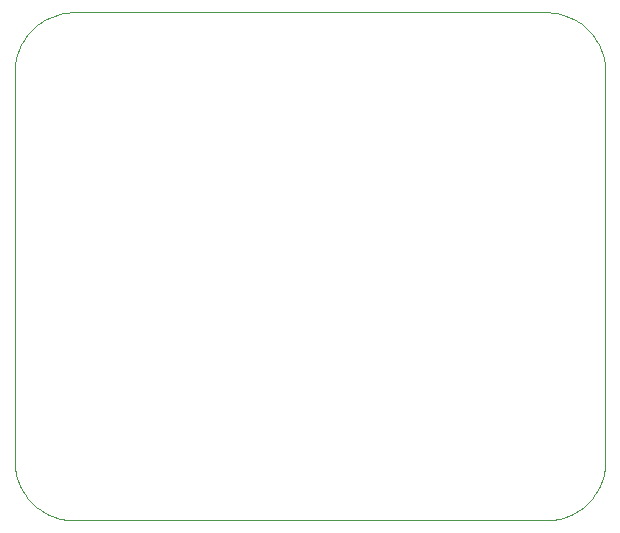
<source format=gbp>
G75*
G70*
%OFA0B0*%
%FSLAX24Y24*%
%IPPOS*%
%LPD*%
%AMOC8*
5,1,8,0,0,1.08239X$1,22.5*
%
%ADD10C,0.0000*%
D10*
X002741Y002926D02*
X002741Y010406D01*
X002741Y015918D01*
X002743Y016012D01*
X002750Y016105D01*
X002761Y016198D01*
X002777Y016291D01*
X002797Y016382D01*
X002821Y016473D01*
X002849Y016562D01*
X002882Y016650D01*
X002919Y016736D01*
X002960Y016820D01*
X003005Y016903D01*
X003054Y016983D01*
X003106Y017060D01*
X003162Y017135D01*
X003222Y017207D01*
X003285Y017277D01*
X003351Y017343D01*
X003421Y017406D01*
X003493Y017466D01*
X003568Y017522D01*
X003645Y017574D01*
X003725Y017623D01*
X003808Y017668D01*
X003892Y017709D01*
X003978Y017746D01*
X004066Y017779D01*
X004155Y017807D01*
X004246Y017831D01*
X004337Y017851D01*
X004430Y017867D01*
X004523Y017878D01*
X004616Y017885D01*
X004710Y017887D01*
X010419Y017887D01*
X020458Y017887D01*
X020552Y017885D01*
X020645Y017878D01*
X020738Y017867D01*
X020831Y017851D01*
X020922Y017831D01*
X021013Y017807D01*
X021102Y017779D01*
X021190Y017746D01*
X021276Y017709D01*
X021360Y017668D01*
X021442Y017623D01*
X021523Y017574D01*
X021600Y017522D01*
X021675Y017466D01*
X021747Y017406D01*
X021817Y017343D01*
X021883Y017277D01*
X021946Y017207D01*
X022006Y017135D01*
X022062Y017060D01*
X022114Y016983D01*
X022163Y016902D01*
X022208Y016820D01*
X022249Y016736D01*
X022286Y016650D01*
X022319Y016562D01*
X022347Y016473D01*
X022371Y016382D01*
X022391Y016291D01*
X022407Y016198D01*
X022418Y016105D01*
X022425Y016012D01*
X022427Y015918D01*
X022426Y015918D02*
X022426Y011194D01*
X022426Y002926D01*
X022427Y002926D02*
X022425Y002832D01*
X022418Y002739D01*
X022407Y002646D01*
X022391Y002553D01*
X022371Y002462D01*
X022347Y002371D01*
X022319Y002282D01*
X022286Y002194D01*
X022249Y002108D01*
X022208Y002024D01*
X022163Y001942D01*
X022114Y001861D01*
X022062Y001784D01*
X022006Y001709D01*
X021946Y001637D01*
X021883Y001567D01*
X021817Y001501D01*
X021747Y001438D01*
X021675Y001378D01*
X021600Y001322D01*
X021523Y001270D01*
X021443Y001221D01*
X021360Y001176D01*
X021276Y001135D01*
X021190Y001098D01*
X021102Y001065D01*
X021013Y001037D01*
X020922Y001013D01*
X020831Y000993D01*
X020738Y000977D01*
X020645Y000966D01*
X020552Y000959D01*
X020458Y000957D01*
X014946Y000957D01*
X004710Y000957D01*
X004616Y000959D01*
X004523Y000966D01*
X004430Y000977D01*
X004337Y000993D01*
X004246Y001013D01*
X004155Y001037D01*
X004066Y001065D01*
X003978Y001098D01*
X003892Y001135D01*
X003808Y001176D01*
X003725Y001221D01*
X003645Y001270D01*
X003568Y001322D01*
X003493Y001378D01*
X003421Y001438D01*
X003351Y001501D01*
X003285Y001567D01*
X003222Y001637D01*
X003162Y001709D01*
X003106Y001784D01*
X003054Y001861D01*
X003005Y001942D01*
X002960Y002024D01*
X002919Y002108D01*
X002882Y002194D01*
X002849Y002282D01*
X002821Y002371D01*
X002797Y002462D01*
X002777Y002553D01*
X002761Y002646D01*
X002750Y002739D01*
X002743Y002832D01*
X002741Y002926D01*
M02*

</source>
